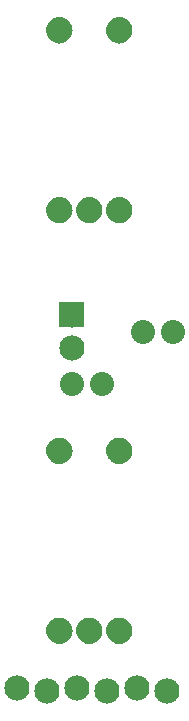
<source format=gbs>
G04 MADE WITH FRITZING*
G04 WWW.FRITZING.ORG*
G04 DOUBLE SIDED*
G04 HOLES PLATED*
G04 CONTOUR ON CENTER OF CONTOUR VECTOR*
%ASAXBY*%
%FSLAX23Y23*%
%MOIN*%
%OFA0B0*%
%SFA1.0B1.0*%
%ADD10C,0.080000*%
%ADD11C,0.084000*%
%ADD12R,0.001000X0.001000*%
%LNMASK0*%
G90*
G70*
G54D10*
X508Y1342D03*
X608Y1342D03*
X274Y1170D03*
X374Y1170D03*
G54D11*
X272Y1400D03*
X272Y1290D03*
X272Y1400D03*
X272Y1290D03*
X272Y1400D03*
X272Y1290D03*
X90Y155D03*
X190Y145D03*
X290Y155D03*
X390Y145D03*
X490Y155D03*
X590Y145D03*
G54D12*
X224Y2392D02*
X237Y2392D01*
X424Y2392D02*
X437Y2392D01*
X220Y2391D02*
X241Y2391D01*
X420Y2391D02*
X441Y2391D01*
X217Y2390D02*
X244Y2390D01*
X417Y2390D02*
X444Y2390D01*
X215Y2389D02*
X246Y2389D01*
X415Y2389D02*
X446Y2389D01*
X213Y2388D02*
X248Y2388D01*
X413Y2388D02*
X448Y2388D01*
X211Y2387D02*
X250Y2387D01*
X411Y2387D02*
X450Y2387D01*
X209Y2386D02*
X252Y2386D01*
X409Y2386D02*
X452Y2386D01*
X208Y2385D02*
X253Y2385D01*
X408Y2385D02*
X453Y2385D01*
X207Y2384D02*
X255Y2384D01*
X406Y2384D02*
X455Y2384D01*
X205Y2383D02*
X256Y2383D01*
X405Y2383D02*
X456Y2383D01*
X204Y2382D02*
X257Y2382D01*
X404Y2382D02*
X457Y2382D01*
X203Y2381D02*
X259Y2381D01*
X403Y2381D02*
X458Y2381D01*
X202Y2380D02*
X260Y2380D01*
X402Y2380D02*
X459Y2380D01*
X201Y2379D02*
X261Y2379D01*
X401Y2379D02*
X460Y2379D01*
X200Y2378D02*
X262Y2378D01*
X400Y2378D02*
X461Y2378D01*
X199Y2377D02*
X263Y2377D01*
X399Y2377D02*
X462Y2377D01*
X198Y2376D02*
X263Y2376D01*
X398Y2376D02*
X463Y2376D01*
X197Y2375D02*
X264Y2375D01*
X397Y2375D02*
X464Y2375D01*
X196Y2374D02*
X265Y2374D01*
X396Y2374D02*
X465Y2374D01*
X196Y2373D02*
X266Y2373D01*
X395Y2373D02*
X466Y2373D01*
X195Y2372D02*
X267Y2372D01*
X395Y2372D02*
X466Y2372D01*
X194Y2371D02*
X267Y2371D01*
X394Y2371D02*
X467Y2371D01*
X193Y2370D02*
X268Y2370D01*
X393Y2370D02*
X468Y2370D01*
X193Y2369D02*
X269Y2369D01*
X393Y2369D02*
X468Y2369D01*
X192Y2368D02*
X269Y2368D01*
X392Y2368D02*
X469Y2368D01*
X192Y2367D02*
X270Y2367D01*
X392Y2367D02*
X469Y2367D01*
X191Y2366D02*
X270Y2366D01*
X391Y2366D02*
X470Y2366D01*
X191Y2365D02*
X271Y2365D01*
X391Y2365D02*
X470Y2365D01*
X190Y2364D02*
X271Y2364D01*
X390Y2364D02*
X471Y2364D01*
X190Y2363D02*
X272Y2363D01*
X390Y2363D02*
X471Y2363D01*
X189Y2362D02*
X272Y2362D01*
X389Y2362D02*
X472Y2362D01*
X189Y2361D02*
X272Y2361D01*
X389Y2361D02*
X472Y2361D01*
X189Y2360D02*
X273Y2360D01*
X389Y2360D02*
X472Y2360D01*
X188Y2359D02*
X273Y2359D01*
X388Y2359D02*
X473Y2359D01*
X188Y2358D02*
X273Y2358D01*
X388Y2358D02*
X473Y2358D01*
X188Y2357D02*
X273Y2357D01*
X388Y2357D02*
X473Y2357D01*
X188Y2356D02*
X274Y2356D01*
X387Y2356D02*
X474Y2356D01*
X187Y2355D02*
X274Y2355D01*
X387Y2355D02*
X474Y2355D01*
X187Y2354D02*
X274Y2354D01*
X387Y2354D02*
X474Y2354D01*
X187Y2353D02*
X274Y2353D01*
X387Y2353D02*
X474Y2353D01*
X187Y2352D02*
X274Y2352D01*
X387Y2352D02*
X474Y2352D01*
X187Y2351D02*
X274Y2351D01*
X387Y2351D02*
X474Y2351D01*
X187Y2350D02*
X275Y2350D01*
X387Y2350D02*
X474Y2350D01*
X187Y2349D02*
X275Y2349D01*
X387Y2349D02*
X474Y2349D01*
X187Y2348D02*
X275Y2348D01*
X387Y2348D02*
X474Y2348D01*
X187Y2347D02*
X275Y2347D01*
X387Y2347D02*
X474Y2347D01*
X187Y2346D02*
X275Y2346D01*
X387Y2346D02*
X474Y2346D01*
X187Y2345D02*
X274Y2345D01*
X387Y2345D02*
X474Y2345D01*
X187Y2344D02*
X274Y2344D01*
X387Y2344D02*
X474Y2344D01*
X187Y2343D02*
X274Y2343D01*
X387Y2343D02*
X474Y2343D01*
X187Y2342D02*
X274Y2342D01*
X387Y2342D02*
X474Y2342D01*
X188Y2341D02*
X274Y2341D01*
X387Y2341D02*
X474Y2341D01*
X188Y2340D02*
X274Y2340D01*
X388Y2340D02*
X473Y2340D01*
X188Y2339D02*
X273Y2339D01*
X388Y2339D02*
X473Y2339D01*
X188Y2338D02*
X273Y2338D01*
X388Y2338D02*
X473Y2338D01*
X189Y2337D02*
X273Y2337D01*
X388Y2337D02*
X473Y2337D01*
X189Y2336D02*
X272Y2336D01*
X389Y2336D02*
X472Y2336D01*
X189Y2335D02*
X272Y2335D01*
X389Y2335D02*
X472Y2335D01*
X190Y2334D02*
X272Y2334D01*
X389Y2334D02*
X472Y2334D01*
X190Y2333D02*
X271Y2333D01*
X390Y2333D02*
X471Y2333D01*
X190Y2332D02*
X271Y2332D01*
X390Y2332D02*
X471Y2332D01*
X191Y2331D02*
X270Y2331D01*
X391Y2331D02*
X470Y2331D01*
X191Y2330D02*
X270Y2330D01*
X391Y2330D02*
X470Y2330D01*
X192Y2329D02*
X269Y2329D01*
X392Y2329D02*
X469Y2329D01*
X193Y2328D02*
X269Y2328D01*
X392Y2328D02*
X469Y2328D01*
X193Y2327D02*
X268Y2327D01*
X393Y2327D02*
X468Y2327D01*
X194Y2326D02*
X268Y2326D01*
X394Y2326D02*
X467Y2326D01*
X194Y2325D02*
X267Y2325D01*
X394Y2325D02*
X467Y2325D01*
X195Y2324D02*
X266Y2324D01*
X395Y2324D02*
X466Y2324D01*
X196Y2323D02*
X266Y2323D01*
X396Y2323D02*
X465Y2323D01*
X197Y2322D02*
X265Y2322D01*
X396Y2322D02*
X465Y2322D01*
X197Y2321D02*
X264Y2321D01*
X397Y2321D02*
X464Y2321D01*
X198Y2320D02*
X263Y2320D01*
X398Y2320D02*
X463Y2320D01*
X199Y2319D02*
X262Y2319D01*
X399Y2319D02*
X462Y2319D01*
X200Y2318D02*
X261Y2318D01*
X400Y2318D02*
X461Y2318D01*
X201Y2317D02*
X260Y2317D01*
X401Y2317D02*
X460Y2317D01*
X202Y2316D02*
X259Y2316D01*
X402Y2316D02*
X459Y2316D01*
X203Y2315D02*
X258Y2315D01*
X403Y2315D02*
X458Y2315D01*
X205Y2314D02*
X257Y2314D01*
X404Y2314D02*
X457Y2314D01*
X206Y2313D02*
X256Y2313D01*
X406Y2313D02*
X455Y2313D01*
X207Y2312D02*
X254Y2312D01*
X407Y2312D02*
X454Y2312D01*
X209Y2311D02*
X253Y2311D01*
X408Y2311D02*
X453Y2311D01*
X210Y2310D02*
X251Y2310D01*
X410Y2310D02*
X451Y2310D01*
X212Y2309D02*
X249Y2309D01*
X412Y2309D02*
X449Y2309D01*
X214Y2308D02*
X247Y2308D01*
X414Y2308D02*
X447Y2308D01*
X216Y2307D02*
X245Y2307D01*
X416Y2307D02*
X445Y2307D01*
X219Y2306D02*
X243Y2306D01*
X419Y2306D02*
X442Y2306D01*
X222Y2305D02*
X239Y2305D01*
X422Y2305D02*
X439Y2305D01*
X228Y2304D02*
X234Y2304D01*
X427Y2304D02*
X434Y2304D01*
X223Y1792D02*
X238Y1792D01*
X323Y1792D02*
X338Y1792D01*
X423Y1792D02*
X438Y1792D01*
X220Y1791D02*
X242Y1791D01*
X320Y1791D02*
X342Y1791D01*
X420Y1791D02*
X441Y1791D01*
X217Y1790D02*
X244Y1790D01*
X317Y1790D02*
X344Y1790D01*
X417Y1790D02*
X444Y1790D01*
X215Y1789D02*
X247Y1789D01*
X315Y1789D02*
X347Y1789D01*
X414Y1789D02*
X447Y1789D01*
X213Y1788D02*
X249Y1788D01*
X312Y1788D02*
X349Y1788D01*
X412Y1788D02*
X449Y1788D01*
X211Y1787D02*
X251Y1787D01*
X311Y1787D02*
X350Y1787D01*
X411Y1787D02*
X450Y1787D01*
X209Y1786D02*
X252Y1786D01*
X309Y1786D02*
X352Y1786D01*
X409Y1786D02*
X452Y1786D01*
X208Y1785D02*
X254Y1785D01*
X308Y1785D02*
X354Y1785D01*
X407Y1785D02*
X454Y1785D01*
X206Y1784D02*
X255Y1784D01*
X306Y1784D02*
X355Y1784D01*
X406Y1784D02*
X455Y1784D01*
X205Y1783D02*
X256Y1783D01*
X305Y1783D02*
X356Y1783D01*
X405Y1783D02*
X456Y1783D01*
X204Y1782D02*
X258Y1782D01*
X304Y1782D02*
X358Y1782D01*
X404Y1782D02*
X457Y1782D01*
X203Y1781D02*
X259Y1781D01*
X302Y1781D02*
X359Y1781D01*
X402Y1781D02*
X459Y1781D01*
X202Y1780D02*
X260Y1780D01*
X301Y1780D02*
X360Y1780D01*
X401Y1780D02*
X460Y1780D01*
X200Y1779D02*
X261Y1779D01*
X300Y1779D02*
X361Y1779D01*
X400Y1779D02*
X461Y1779D01*
X200Y1778D02*
X262Y1778D01*
X299Y1778D02*
X362Y1778D01*
X399Y1778D02*
X462Y1778D01*
X199Y1777D02*
X263Y1777D01*
X299Y1777D02*
X363Y1777D01*
X398Y1777D02*
X463Y1777D01*
X198Y1776D02*
X264Y1776D01*
X298Y1776D02*
X364Y1776D01*
X398Y1776D02*
X463Y1776D01*
X197Y1775D02*
X264Y1775D01*
X297Y1775D02*
X364Y1775D01*
X397Y1775D02*
X464Y1775D01*
X196Y1774D02*
X265Y1774D01*
X296Y1774D02*
X365Y1774D01*
X396Y1774D02*
X465Y1774D01*
X195Y1773D02*
X266Y1773D01*
X295Y1773D02*
X366Y1773D01*
X395Y1773D02*
X466Y1773D01*
X195Y1772D02*
X267Y1772D01*
X295Y1772D02*
X367Y1772D01*
X394Y1772D02*
X467Y1772D01*
X194Y1771D02*
X267Y1771D01*
X294Y1771D02*
X367Y1771D01*
X394Y1771D02*
X467Y1771D01*
X193Y1770D02*
X268Y1770D01*
X293Y1770D02*
X368Y1770D01*
X393Y1770D02*
X468Y1770D01*
X193Y1769D02*
X269Y1769D01*
X293Y1769D02*
X369Y1769D01*
X393Y1769D02*
X468Y1769D01*
X192Y1768D02*
X269Y1768D01*
X292Y1768D02*
X369Y1768D01*
X392Y1768D02*
X469Y1768D01*
X192Y1767D02*
X270Y1767D01*
X292Y1767D02*
X370Y1767D01*
X391Y1767D02*
X470Y1767D01*
X191Y1766D02*
X270Y1766D01*
X291Y1766D02*
X370Y1766D01*
X391Y1766D02*
X470Y1766D01*
X191Y1765D02*
X271Y1765D01*
X291Y1765D02*
X371Y1765D01*
X390Y1765D02*
X471Y1765D01*
X190Y1764D02*
X271Y1764D01*
X290Y1764D02*
X371Y1764D01*
X390Y1764D02*
X471Y1764D01*
X190Y1763D02*
X272Y1763D01*
X290Y1763D02*
X372Y1763D01*
X390Y1763D02*
X471Y1763D01*
X189Y1762D02*
X272Y1762D01*
X289Y1762D02*
X372Y1762D01*
X389Y1762D02*
X472Y1762D01*
X189Y1761D02*
X272Y1761D01*
X289Y1761D02*
X372Y1761D01*
X389Y1761D02*
X472Y1761D01*
X189Y1760D02*
X273Y1760D01*
X289Y1760D02*
X373Y1760D01*
X388Y1760D02*
X473Y1760D01*
X188Y1759D02*
X273Y1759D01*
X288Y1759D02*
X373Y1759D01*
X388Y1759D02*
X473Y1759D01*
X188Y1758D02*
X273Y1758D01*
X288Y1758D02*
X373Y1758D01*
X388Y1758D02*
X473Y1758D01*
X188Y1757D02*
X274Y1757D01*
X288Y1757D02*
X373Y1757D01*
X388Y1757D02*
X473Y1757D01*
X188Y1756D02*
X274Y1756D01*
X288Y1756D02*
X374Y1756D01*
X387Y1756D02*
X474Y1756D01*
X187Y1755D02*
X274Y1755D01*
X287Y1755D02*
X374Y1755D01*
X387Y1755D02*
X474Y1755D01*
X187Y1754D02*
X274Y1754D01*
X287Y1754D02*
X374Y1754D01*
X387Y1754D02*
X474Y1754D01*
X187Y1753D02*
X274Y1753D01*
X287Y1753D02*
X374Y1753D01*
X387Y1753D02*
X474Y1753D01*
X187Y1752D02*
X274Y1752D01*
X287Y1752D02*
X374Y1752D01*
X387Y1752D02*
X474Y1752D01*
X187Y1751D02*
X274Y1751D01*
X287Y1751D02*
X374Y1751D01*
X387Y1751D02*
X474Y1751D01*
X187Y1750D02*
X275Y1750D01*
X287Y1750D02*
X374Y1750D01*
X387Y1750D02*
X474Y1750D01*
X187Y1749D02*
X275Y1749D01*
X287Y1749D02*
X374Y1749D01*
X387Y1749D02*
X474Y1749D01*
X187Y1748D02*
X275Y1748D01*
X287Y1748D02*
X374Y1748D01*
X387Y1748D02*
X474Y1748D01*
X187Y1747D02*
X275Y1747D01*
X287Y1747D02*
X374Y1747D01*
X387Y1747D02*
X474Y1747D01*
X187Y1746D02*
X274Y1746D01*
X287Y1746D02*
X374Y1746D01*
X387Y1746D02*
X474Y1746D01*
X187Y1745D02*
X274Y1745D01*
X287Y1745D02*
X374Y1745D01*
X387Y1745D02*
X474Y1745D01*
X187Y1744D02*
X274Y1744D01*
X287Y1744D02*
X374Y1744D01*
X387Y1744D02*
X474Y1744D01*
X187Y1743D02*
X274Y1743D01*
X287Y1743D02*
X374Y1743D01*
X387Y1743D02*
X474Y1743D01*
X187Y1742D02*
X274Y1742D01*
X287Y1742D02*
X374Y1742D01*
X387Y1742D02*
X474Y1742D01*
X188Y1741D02*
X274Y1741D01*
X287Y1741D02*
X374Y1741D01*
X387Y1741D02*
X474Y1741D01*
X188Y1740D02*
X274Y1740D01*
X288Y1740D02*
X373Y1740D01*
X388Y1740D02*
X473Y1740D01*
X188Y1739D02*
X273Y1739D01*
X288Y1739D02*
X373Y1739D01*
X388Y1739D02*
X473Y1739D01*
X188Y1738D02*
X273Y1738D01*
X288Y1738D02*
X373Y1738D01*
X388Y1738D02*
X473Y1738D01*
X189Y1737D02*
X273Y1737D01*
X289Y1737D02*
X373Y1737D01*
X388Y1737D02*
X473Y1737D01*
X189Y1736D02*
X272Y1736D01*
X289Y1736D02*
X372Y1736D01*
X389Y1736D02*
X472Y1736D01*
X189Y1735D02*
X272Y1735D01*
X289Y1735D02*
X372Y1735D01*
X389Y1735D02*
X472Y1735D01*
X190Y1734D02*
X272Y1734D01*
X290Y1734D02*
X372Y1734D01*
X390Y1734D02*
X471Y1734D01*
X190Y1733D02*
X271Y1733D01*
X290Y1733D02*
X371Y1733D01*
X390Y1733D02*
X471Y1733D01*
X191Y1732D02*
X271Y1732D01*
X290Y1732D02*
X371Y1732D01*
X390Y1732D02*
X471Y1732D01*
X191Y1731D02*
X270Y1731D01*
X291Y1731D02*
X370Y1731D01*
X391Y1731D02*
X470Y1731D01*
X192Y1730D02*
X270Y1730D01*
X291Y1730D02*
X370Y1730D01*
X391Y1730D02*
X470Y1730D01*
X192Y1729D02*
X269Y1729D01*
X292Y1729D02*
X369Y1729D01*
X392Y1729D02*
X469Y1729D01*
X193Y1728D02*
X269Y1728D01*
X293Y1728D02*
X369Y1728D01*
X392Y1728D02*
X469Y1728D01*
X193Y1727D02*
X268Y1727D01*
X293Y1727D02*
X368Y1727D01*
X393Y1727D02*
X468Y1727D01*
X194Y1726D02*
X267Y1726D01*
X294Y1726D02*
X367Y1726D01*
X394Y1726D02*
X467Y1726D01*
X195Y1725D02*
X267Y1725D01*
X294Y1725D02*
X367Y1725D01*
X394Y1725D02*
X467Y1725D01*
X195Y1724D02*
X266Y1724D01*
X295Y1724D02*
X366Y1724D01*
X395Y1724D02*
X466Y1724D01*
X196Y1723D02*
X265Y1723D01*
X296Y1723D02*
X365Y1723D01*
X396Y1723D02*
X465Y1723D01*
X197Y1722D02*
X265Y1722D01*
X297Y1722D02*
X364Y1722D01*
X397Y1722D02*
X464Y1722D01*
X198Y1721D02*
X264Y1721D01*
X298Y1721D02*
X364Y1721D01*
X397Y1721D02*
X464Y1721D01*
X198Y1720D02*
X263Y1720D01*
X298Y1720D02*
X363Y1720D01*
X398Y1720D02*
X463Y1720D01*
X199Y1719D02*
X262Y1719D01*
X299Y1719D02*
X362Y1719D01*
X399Y1719D02*
X462Y1719D01*
X200Y1718D02*
X261Y1718D01*
X300Y1718D02*
X361Y1718D01*
X400Y1718D02*
X461Y1718D01*
X201Y1717D02*
X260Y1717D01*
X301Y1717D02*
X360Y1717D01*
X401Y1717D02*
X460Y1717D01*
X202Y1716D02*
X259Y1716D01*
X302Y1716D02*
X359Y1716D01*
X402Y1716D02*
X459Y1716D01*
X204Y1715D02*
X258Y1715D01*
X303Y1715D02*
X358Y1715D01*
X403Y1715D02*
X458Y1715D01*
X205Y1714D02*
X257Y1714D01*
X305Y1714D02*
X356Y1714D01*
X405Y1714D02*
X456Y1714D01*
X206Y1713D02*
X255Y1713D01*
X306Y1713D02*
X355Y1713D01*
X406Y1713D02*
X455Y1713D01*
X207Y1712D02*
X254Y1712D01*
X307Y1712D02*
X354Y1712D01*
X407Y1712D02*
X454Y1712D01*
X209Y1711D02*
X252Y1711D01*
X309Y1711D02*
X352Y1711D01*
X409Y1711D02*
X452Y1711D01*
X211Y1710D02*
X251Y1710D01*
X310Y1710D02*
X351Y1710D01*
X410Y1710D02*
X451Y1710D01*
X212Y1709D02*
X249Y1709D01*
X312Y1709D02*
X349Y1709D01*
X412Y1709D02*
X449Y1709D01*
X214Y1708D02*
X247Y1708D01*
X314Y1708D02*
X347Y1708D01*
X414Y1708D02*
X447Y1708D01*
X217Y1707D02*
X245Y1707D01*
X316Y1707D02*
X345Y1707D01*
X416Y1707D02*
X445Y1707D01*
X219Y1706D02*
X242Y1706D01*
X319Y1706D02*
X342Y1706D01*
X419Y1706D02*
X442Y1706D01*
X223Y1705D02*
X239Y1705D01*
X323Y1705D02*
X338Y1705D01*
X423Y1705D02*
X438Y1705D01*
X230Y1443D02*
X312Y1443D01*
X230Y1442D02*
X312Y1442D01*
X230Y1441D02*
X312Y1441D01*
X230Y1440D02*
X312Y1440D01*
X230Y1439D02*
X312Y1439D01*
X230Y1438D02*
X312Y1438D01*
X230Y1437D02*
X312Y1437D01*
X230Y1436D02*
X312Y1436D01*
X230Y1435D02*
X312Y1435D01*
X230Y1434D02*
X312Y1434D01*
X230Y1433D02*
X312Y1433D01*
X230Y1432D02*
X312Y1432D01*
X230Y1431D02*
X312Y1431D01*
X230Y1430D02*
X312Y1430D01*
X230Y1429D02*
X312Y1429D01*
X230Y1428D02*
X312Y1428D01*
X230Y1427D02*
X312Y1427D01*
X230Y1426D02*
X312Y1426D01*
X230Y1425D02*
X312Y1425D01*
X230Y1424D02*
X312Y1424D01*
X230Y1423D02*
X312Y1423D01*
X230Y1422D02*
X312Y1422D01*
X230Y1421D02*
X312Y1421D01*
X230Y1420D02*
X312Y1420D01*
X230Y1419D02*
X312Y1419D01*
X230Y1418D02*
X312Y1418D01*
X230Y1417D02*
X312Y1417D01*
X230Y1416D02*
X267Y1416D01*
X275Y1416D02*
X312Y1416D01*
X230Y1415D02*
X264Y1415D01*
X278Y1415D02*
X312Y1415D01*
X230Y1414D02*
X262Y1414D01*
X280Y1414D02*
X312Y1414D01*
X230Y1413D02*
X261Y1413D01*
X281Y1413D02*
X312Y1413D01*
X230Y1412D02*
X259Y1412D01*
X282Y1412D02*
X312Y1412D01*
X230Y1411D02*
X259Y1411D01*
X283Y1411D02*
X312Y1411D01*
X230Y1410D02*
X258Y1410D01*
X284Y1410D02*
X312Y1410D01*
X230Y1409D02*
X257Y1409D01*
X285Y1409D02*
X312Y1409D01*
X230Y1408D02*
X257Y1408D01*
X285Y1408D02*
X312Y1408D01*
X230Y1407D02*
X256Y1407D01*
X286Y1407D02*
X312Y1407D01*
X230Y1406D02*
X256Y1406D01*
X286Y1406D02*
X312Y1406D01*
X230Y1405D02*
X256Y1405D01*
X286Y1405D02*
X312Y1405D01*
X230Y1404D02*
X256Y1404D01*
X286Y1404D02*
X312Y1404D01*
X230Y1403D02*
X256Y1403D01*
X286Y1403D02*
X312Y1403D01*
X230Y1402D02*
X255Y1402D01*
X286Y1402D02*
X312Y1402D01*
X230Y1401D02*
X255Y1401D01*
X286Y1401D02*
X312Y1401D01*
X230Y1400D02*
X256Y1400D01*
X286Y1400D02*
X312Y1400D01*
X230Y1399D02*
X256Y1399D01*
X286Y1399D02*
X312Y1399D01*
X230Y1398D02*
X256Y1398D01*
X286Y1398D02*
X312Y1398D01*
X230Y1397D02*
X256Y1397D01*
X286Y1397D02*
X312Y1397D01*
X230Y1396D02*
X256Y1396D01*
X286Y1396D02*
X312Y1396D01*
X230Y1395D02*
X257Y1395D01*
X285Y1395D02*
X312Y1395D01*
X230Y1394D02*
X257Y1394D01*
X285Y1394D02*
X312Y1394D01*
X230Y1393D02*
X258Y1393D01*
X284Y1393D02*
X312Y1393D01*
X230Y1392D02*
X258Y1392D01*
X284Y1392D02*
X312Y1392D01*
X230Y1391D02*
X259Y1391D01*
X283Y1391D02*
X312Y1391D01*
X230Y1390D02*
X260Y1390D01*
X282Y1390D02*
X312Y1390D01*
X230Y1389D02*
X261Y1389D01*
X281Y1389D02*
X312Y1389D01*
X230Y1388D02*
X263Y1388D01*
X279Y1388D02*
X312Y1388D01*
X230Y1387D02*
X265Y1387D01*
X277Y1387D02*
X312Y1387D01*
X230Y1386D02*
X312Y1386D01*
X230Y1385D02*
X312Y1385D01*
X230Y1384D02*
X312Y1384D01*
X230Y1383D02*
X312Y1383D01*
X230Y1382D02*
X312Y1382D01*
X230Y1381D02*
X312Y1381D01*
X230Y1380D02*
X312Y1380D01*
X230Y1379D02*
X312Y1379D01*
X230Y1378D02*
X312Y1378D01*
X230Y1377D02*
X312Y1377D01*
X230Y1376D02*
X312Y1376D01*
X230Y1375D02*
X312Y1375D01*
X230Y1374D02*
X312Y1374D01*
X230Y1373D02*
X312Y1373D01*
X230Y1372D02*
X312Y1372D01*
X230Y1371D02*
X312Y1371D01*
X230Y1370D02*
X312Y1370D01*
X230Y1369D02*
X312Y1369D01*
X230Y1368D02*
X312Y1368D01*
X230Y1367D02*
X312Y1367D01*
X230Y1366D02*
X312Y1366D01*
X230Y1365D02*
X312Y1365D01*
X230Y1364D02*
X312Y1364D01*
X230Y1363D02*
X312Y1363D01*
X230Y1362D02*
X312Y1362D01*
X230Y1361D02*
X312Y1361D01*
X230Y1360D02*
X312Y1360D01*
X226Y990D02*
X236Y990D01*
X426Y990D02*
X435Y990D01*
X221Y989D02*
X240Y989D01*
X421Y989D02*
X440Y989D01*
X218Y988D02*
X243Y988D01*
X418Y988D02*
X443Y988D01*
X216Y987D02*
X246Y987D01*
X415Y987D02*
X446Y987D01*
X213Y986D02*
X248Y986D01*
X413Y986D02*
X448Y986D01*
X212Y985D02*
X250Y985D01*
X411Y985D02*
X450Y985D01*
X210Y984D02*
X251Y984D01*
X410Y984D02*
X451Y984D01*
X208Y983D02*
X253Y983D01*
X408Y983D02*
X453Y983D01*
X207Y982D02*
X254Y982D01*
X407Y982D02*
X454Y982D01*
X206Y981D02*
X256Y981D01*
X405Y981D02*
X456Y981D01*
X204Y980D02*
X257Y980D01*
X404Y980D02*
X457Y980D01*
X203Y979D02*
X258Y979D01*
X403Y979D02*
X458Y979D01*
X202Y978D02*
X259Y978D01*
X402Y978D02*
X459Y978D01*
X201Y977D02*
X260Y977D01*
X401Y977D02*
X460Y977D01*
X200Y976D02*
X261Y976D01*
X400Y976D02*
X461Y976D01*
X199Y975D02*
X262Y975D01*
X399Y975D02*
X462Y975D01*
X198Y974D02*
X263Y974D01*
X398Y974D02*
X463Y974D01*
X197Y973D02*
X264Y973D01*
X397Y973D02*
X464Y973D01*
X196Y972D02*
X265Y972D01*
X396Y972D02*
X465Y972D01*
X196Y971D02*
X266Y971D01*
X396Y971D02*
X465Y971D01*
X195Y970D02*
X266Y970D01*
X395Y970D02*
X466Y970D01*
X194Y969D02*
X267Y969D01*
X394Y969D02*
X467Y969D01*
X194Y968D02*
X268Y968D01*
X393Y968D02*
X468Y968D01*
X193Y967D02*
X268Y967D01*
X393Y967D02*
X468Y967D01*
X192Y966D02*
X269Y966D01*
X392Y966D02*
X469Y966D01*
X192Y965D02*
X270Y965D01*
X392Y965D02*
X469Y965D01*
X191Y964D02*
X270Y964D01*
X391Y964D02*
X470Y964D01*
X191Y963D02*
X271Y963D01*
X391Y963D02*
X470Y963D01*
X190Y962D02*
X271Y962D01*
X390Y962D02*
X471Y962D01*
X190Y961D02*
X271Y961D01*
X390Y961D02*
X471Y961D01*
X190Y960D02*
X272Y960D01*
X389Y960D02*
X472Y960D01*
X189Y959D02*
X272Y959D01*
X389Y959D02*
X472Y959D01*
X189Y958D02*
X273Y958D01*
X389Y958D02*
X472Y958D01*
X188Y957D02*
X273Y957D01*
X388Y957D02*
X473Y957D01*
X188Y956D02*
X273Y956D01*
X388Y956D02*
X473Y956D01*
X188Y955D02*
X273Y955D01*
X388Y955D02*
X473Y955D01*
X188Y954D02*
X274Y954D01*
X387Y954D02*
X473Y954D01*
X187Y953D02*
X274Y953D01*
X387Y953D02*
X474Y953D01*
X187Y952D02*
X274Y952D01*
X387Y952D02*
X474Y952D01*
X187Y951D02*
X274Y951D01*
X387Y951D02*
X474Y951D01*
X187Y950D02*
X274Y950D01*
X387Y950D02*
X474Y950D01*
X187Y949D02*
X274Y949D01*
X387Y949D02*
X474Y949D01*
X187Y948D02*
X275Y948D01*
X387Y948D02*
X474Y948D01*
X187Y947D02*
X275Y947D01*
X387Y947D02*
X474Y947D01*
X187Y946D02*
X275Y946D01*
X387Y946D02*
X474Y946D01*
X187Y945D02*
X275Y945D01*
X387Y945D02*
X474Y945D01*
X187Y944D02*
X275Y944D01*
X387Y944D02*
X474Y944D01*
X187Y943D02*
X274Y943D01*
X387Y943D02*
X474Y943D01*
X187Y942D02*
X274Y942D01*
X387Y942D02*
X474Y942D01*
X187Y941D02*
X274Y941D01*
X387Y941D02*
X474Y941D01*
X187Y940D02*
X274Y940D01*
X387Y940D02*
X474Y940D01*
X187Y939D02*
X274Y939D01*
X387Y939D02*
X474Y939D01*
X188Y938D02*
X274Y938D01*
X387Y938D02*
X474Y938D01*
X188Y937D02*
X273Y937D01*
X388Y937D02*
X473Y937D01*
X188Y936D02*
X273Y936D01*
X388Y936D02*
X473Y936D01*
X188Y935D02*
X273Y935D01*
X388Y935D02*
X473Y935D01*
X189Y934D02*
X273Y934D01*
X389Y934D02*
X472Y934D01*
X189Y933D02*
X272Y933D01*
X389Y933D02*
X472Y933D01*
X190Y932D02*
X272Y932D01*
X389Y932D02*
X472Y932D01*
X190Y931D02*
X271Y931D01*
X390Y931D02*
X471Y931D01*
X190Y930D02*
X271Y930D01*
X390Y930D02*
X471Y930D01*
X191Y929D02*
X271Y929D01*
X391Y929D02*
X470Y929D01*
X191Y928D02*
X270Y928D01*
X391Y928D02*
X470Y928D01*
X192Y927D02*
X270Y927D01*
X392Y927D02*
X469Y927D01*
X192Y926D02*
X269Y926D01*
X392Y926D02*
X469Y926D01*
X193Y925D02*
X268Y925D01*
X393Y925D02*
X468Y925D01*
X194Y924D02*
X268Y924D01*
X393Y924D02*
X468Y924D01*
X194Y923D02*
X267Y923D01*
X394Y923D02*
X467Y923D01*
X195Y922D02*
X266Y922D01*
X395Y922D02*
X466Y922D01*
X196Y921D02*
X266Y921D01*
X395Y921D02*
X466Y921D01*
X196Y920D02*
X265Y920D01*
X396Y920D02*
X465Y920D01*
X197Y919D02*
X264Y919D01*
X397Y919D02*
X464Y919D01*
X198Y918D02*
X263Y918D01*
X398Y918D02*
X463Y918D01*
X199Y917D02*
X262Y917D01*
X399Y917D02*
X462Y917D01*
X200Y916D02*
X261Y916D01*
X400Y916D02*
X461Y916D01*
X201Y915D02*
X260Y915D01*
X401Y915D02*
X460Y915D01*
X202Y914D02*
X259Y914D01*
X402Y914D02*
X459Y914D01*
X203Y913D02*
X258Y913D01*
X403Y913D02*
X458Y913D01*
X204Y912D02*
X257Y912D01*
X404Y912D02*
X457Y912D01*
X205Y911D02*
X256Y911D01*
X405Y911D02*
X456Y911D01*
X207Y910D02*
X255Y910D01*
X407Y910D02*
X454Y910D01*
X208Y909D02*
X253Y909D01*
X408Y909D02*
X453Y909D01*
X210Y908D02*
X252Y908D01*
X410Y908D02*
X451Y908D01*
X211Y907D02*
X250Y907D01*
X411Y907D02*
X450Y907D01*
X213Y906D02*
X248Y906D01*
X413Y906D02*
X448Y906D01*
X215Y905D02*
X246Y905D01*
X415Y905D02*
X446Y905D01*
X218Y904D02*
X243Y904D01*
X418Y904D02*
X443Y904D01*
X221Y903D02*
X240Y903D01*
X421Y903D02*
X440Y903D01*
X225Y902D02*
X236Y902D01*
X425Y902D02*
X436Y902D01*
X225Y390D02*
X237Y390D01*
X324Y390D02*
X337Y390D01*
X424Y390D02*
X437Y390D01*
X220Y389D02*
X241Y389D01*
X320Y389D02*
X341Y389D01*
X420Y389D02*
X441Y389D01*
X218Y388D02*
X244Y388D01*
X317Y388D02*
X344Y388D01*
X417Y388D02*
X444Y388D01*
X215Y387D02*
X246Y387D01*
X315Y387D02*
X346Y387D01*
X415Y387D02*
X446Y387D01*
X213Y386D02*
X248Y386D01*
X313Y386D02*
X348Y386D01*
X413Y386D02*
X448Y386D01*
X211Y385D02*
X250Y385D01*
X311Y385D02*
X350Y385D01*
X411Y385D02*
X450Y385D01*
X210Y384D02*
X252Y384D01*
X309Y384D02*
X352Y384D01*
X409Y384D02*
X452Y384D01*
X208Y383D02*
X253Y383D01*
X308Y383D02*
X353Y383D01*
X408Y383D02*
X453Y383D01*
X207Y382D02*
X255Y382D01*
X306Y382D02*
X355Y382D01*
X406Y382D02*
X455Y382D01*
X205Y381D02*
X256Y381D01*
X305Y381D02*
X356Y381D01*
X405Y381D02*
X456Y381D01*
X204Y380D02*
X257Y380D01*
X304Y380D02*
X357Y380D01*
X404Y380D02*
X457Y380D01*
X203Y379D02*
X258Y379D01*
X303Y379D02*
X358Y379D01*
X403Y379D02*
X458Y379D01*
X202Y378D02*
X260Y378D01*
X302Y378D02*
X359Y378D01*
X402Y378D02*
X459Y378D01*
X201Y377D02*
X261Y377D01*
X301Y377D02*
X361Y377D01*
X401Y377D02*
X460Y377D01*
X200Y376D02*
X262Y376D01*
X300Y376D02*
X362Y376D01*
X400Y376D02*
X461Y376D01*
X199Y375D02*
X263Y375D01*
X299Y375D02*
X362Y375D01*
X399Y375D02*
X462Y375D01*
X198Y374D02*
X263Y374D01*
X298Y374D02*
X363Y374D01*
X398Y374D02*
X463Y374D01*
X197Y373D02*
X264Y373D01*
X297Y373D02*
X364Y373D01*
X397Y373D02*
X464Y373D01*
X196Y372D02*
X265Y372D01*
X296Y372D02*
X365Y372D01*
X396Y372D02*
X465Y372D01*
X196Y371D02*
X266Y371D01*
X295Y371D02*
X366Y371D01*
X395Y371D02*
X466Y371D01*
X195Y370D02*
X267Y370D01*
X295Y370D02*
X366Y370D01*
X395Y370D02*
X466Y370D01*
X194Y369D02*
X267Y369D01*
X294Y369D02*
X367Y369D01*
X394Y369D02*
X467Y369D01*
X193Y368D02*
X268Y368D01*
X293Y368D02*
X368Y368D01*
X393Y368D02*
X468Y368D01*
X193Y367D02*
X268Y367D01*
X293Y367D02*
X368Y367D01*
X393Y367D02*
X468Y367D01*
X192Y366D02*
X269Y366D01*
X292Y366D02*
X369Y366D01*
X392Y366D02*
X469Y366D01*
X192Y365D02*
X270Y365D01*
X292Y365D02*
X370Y365D01*
X392Y365D02*
X469Y365D01*
X191Y364D02*
X270Y364D01*
X291Y364D02*
X370Y364D01*
X391Y364D02*
X470Y364D01*
X191Y363D02*
X271Y363D01*
X291Y363D02*
X371Y363D01*
X391Y363D02*
X470Y363D01*
X190Y362D02*
X271Y362D01*
X290Y362D02*
X371Y362D01*
X390Y362D02*
X471Y362D01*
X190Y361D02*
X272Y361D01*
X290Y361D02*
X371Y361D01*
X390Y361D02*
X471Y361D01*
X189Y360D02*
X272Y360D01*
X289Y360D02*
X372Y360D01*
X389Y360D02*
X472Y360D01*
X189Y359D02*
X272Y359D01*
X289Y359D02*
X372Y359D01*
X389Y359D02*
X472Y359D01*
X189Y358D02*
X273Y358D01*
X289Y358D02*
X373Y358D01*
X389Y358D02*
X472Y358D01*
X188Y357D02*
X273Y357D01*
X288Y357D02*
X373Y357D01*
X388Y357D02*
X473Y357D01*
X188Y356D02*
X273Y356D01*
X288Y356D02*
X373Y356D01*
X388Y356D02*
X473Y356D01*
X188Y355D02*
X273Y355D01*
X288Y355D02*
X373Y355D01*
X388Y355D02*
X473Y355D01*
X188Y354D02*
X274Y354D01*
X288Y354D02*
X374Y354D01*
X387Y354D02*
X474Y354D01*
X187Y353D02*
X274Y353D01*
X287Y353D02*
X374Y353D01*
X387Y353D02*
X474Y353D01*
X187Y352D02*
X274Y352D01*
X287Y352D02*
X374Y352D01*
X387Y352D02*
X474Y352D01*
X187Y351D02*
X274Y351D01*
X287Y351D02*
X374Y351D01*
X387Y351D02*
X474Y351D01*
X187Y350D02*
X274Y350D01*
X287Y350D02*
X374Y350D01*
X387Y350D02*
X474Y350D01*
X187Y349D02*
X274Y349D01*
X287Y349D02*
X374Y349D01*
X387Y349D02*
X474Y349D01*
X187Y348D02*
X275Y348D01*
X287Y348D02*
X374Y348D01*
X387Y348D02*
X474Y348D01*
X187Y347D02*
X275Y347D01*
X287Y347D02*
X374Y347D01*
X387Y347D02*
X474Y347D01*
X187Y346D02*
X275Y346D01*
X287Y346D02*
X374Y346D01*
X387Y346D02*
X474Y346D01*
X187Y345D02*
X275Y345D01*
X287Y345D02*
X374Y345D01*
X387Y345D02*
X474Y345D01*
X187Y344D02*
X275Y344D01*
X287Y344D02*
X374Y344D01*
X387Y344D02*
X474Y344D01*
X187Y343D02*
X274Y343D01*
X287Y343D02*
X374Y343D01*
X387Y343D02*
X474Y343D01*
X187Y342D02*
X274Y342D01*
X287Y342D02*
X374Y342D01*
X387Y342D02*
X474Y342D01*
X187Y341D02*
X274Y341D01*
X287Y341D02*
X374Y341D01*
X387Y341D02*
X474Y341D01*
X187Y340D02*
X274Y340D01*
X287Y340D02*
X374Y340D01*
X387Y340D02*
X474Y340D01*
X187Y339D02*
X274Y339D01*
X287Y339D02*
X374Y339D01*
X387Y339D02*
X474Y339D01*
X188Y338D02*
X274Y338D01*
X288Y338D02*
X374Y338D01*
X388Y338D02*
X473Y338D01*
X188Y337D02*
X273Y337D01*
X288Y337D02*
X373Y337D01*
X388Y337D02*
X473Y337D01*
X188Y336D02*
X273Y336D01*
X288Y336D02*
X373Y336D01*
X388Y336D02*
X473Y336D01*
X189Y335D02*
X273Y335D01*
X288Y335D02*
X373Y335D01*
X388Y335D02*
X473Y335D01*
X189Y334D02*
X273Y334D01*
X289Y334D02*
X372Y334D01*
X389Y334D02*
X472Y334D01*
X189Y333D02*
X272Y333D01*
X289Y333D02*
X372Y333D01*
X389Y333D02*
X472Y333D01*
X190Y332D02*
X272Y332D01*
X289Y332D02*
X372Y332D01*
X389Y332D02*
X472Y332D01*
X190Y331D02*
X271Y331D01*
X290Y331D02*
X371Y331D01*
X390Y331D02*
X471Y331D01*
X190Y330D02*
X271Y330D01*
X290Y330D02*
X371Y330D01*
X390Y330D02*
X471Y330D01*
X191Y329D02*
X270Y329D01*
X291Y329D02*
X370Y329D01*
X391Y329D02*
X470Y329D01*
X191Y328D02*
X270Y328D01*
X291Y328D02*
X370Y328D01*
X391Y328D02*
X470Y328D01*
X192Y327D02*
X269Y327D01*
X292Y327D02*
X369Y327D01*
X392Y327D02*
X469Y327D01*
X192Y326D02*
X269Y326D01*
X292Y326D02*
X369Y326D01*
X392Y326D02*
X469Y326D01*
X193Y325D02*
X268Y325D01*
X293Y325D02*
X368Y325D01*
X393Y325D02*
X468Y325D01*
X194Y324D02*
X268Y324D01*
X294Y324D02*
X368Y324D01*
X394Y324D02*
X467Y324D01*
X194Y323D02*
X267Y323D01*
X294Y323D02*
X367Y323D01*
X394Y323D02*
X467Y323D01*
X195Y322D02*
X266Y322D01*
X295Y322D02*
X366Y322D01*
X395Y322D02*
X466Y322D01*
X196Y321D02*
X266Y321D01*
X296Y321D02*
X365Y321D01*
X396Y321D02*
X465Y321D01*
X197Y320D02*
X265Y320D01*
X296Y320D02*
X365Y320D01*
X396Y320D02*
X465Y320D01*
X197Y319D02*
X264Y319D01*
X297Y319D02*
X364Y319D01*
X397Y319D02*
X464Y319D01*
X198Y318D02*
X263Y318D01*
X298Y318D02*
X363Y318D01*
X398Y318D02*
X463Y318D01*
X199Y317D02*
X262Y317D01*
X299Y317D02*
X362Y317D01*
X399Y317D02*
X462Y317D01*
X200Y316D02*
X261Y316D01*
X300Y316D02*
X361Y316D01*
X400Y316D02*
X461Y316D01*
X201Y315D02*
X260Y315D01*
X301Y315D02*
X360Y315D01*
X401Y315D02*
X460Y315D01*
X202Y314D02*
X259Y314D01*
X302Y314D02*
X359Y314D01*
X402Y314D02*
X459Y314D01*
X203Y313D02*
X258Y313D01*
X303Y313D02*
X358Y313D01*
X403Y313D02*
X458Y313D01*
X204Y312D02*
X257Y312D01*
X304Y312D02*
X357Y312D01*
X404Y312D02*
X457Y312D01*
X206Y311D02*
X256Y311D01*
X306Y311D02*
X356Y311D01*
X406Y311D02*
X455Y311D01*
X207Y310D02*
X254Y310D01*
X307Y310D02*
X354Y310D01*
X407Y310D02*
X454Y310D01*
X209Y309D02*
X253Y309D01*
X308Y309D02*
X353Y309D01*
X408Y309D02*
X453Y309D01*
X210Y308D02*
X251Y308D01*
X310Y308D02*
X351Y308D01*
X410Y308D02*
X451Y308D01*
X212Y307D02*
X249Y307D01*
X312Y307D02*
X349Y307D01*
X412Y307D02*
X449Y307D01*
X214Y306D02*
X248Y306D01*
X314Y306D02*
X347Y306D01*
X414Y306D02*
X447Y306D01*
X216Y305D02*
X245Y305D01*
X316Y305D02*
X345Y305D01*
X416Y305D02*
X445Y305D01*
X219Y304D02*
X243Y304D01*
X318Y304D02*
X343Y304D01*
X418Y304D02*
X443Y304D01*
X222Y303D02*
X240Y303D01*
X322Y303D02*
X340Y303D01*
X422Y303D02*
X439Y303D01*
X227Y302D02*
X234Y302D01*
X327Y302D02*
X334Y302D01*
X427Y302D02*
X434Y302D01*
D02*
G04 End of Mask0*
M02*
</source>
